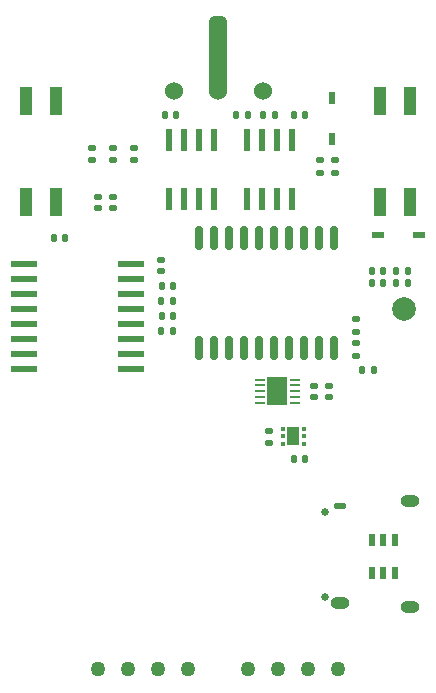
<source format=gbr>
%TF.GenerationSoftware,KiCad,Pcbnew,7.0.5*%
%TF.CreationDate,2023-06-16T17:12:54-04:00*%
%TF.ProjectId,ESP32Sensor-Sensor_board,45535033-3253-4656-9e73-6f722d53656e,rev?*%
%TF.SameCoordinates,Original*%
%TF.FileFunction,Soldermask,Bot*%
%TF.FilePolarity,Negative*%
%FSLAX46Y46*%
G04 Gerber Fmt 4.6, Leading zero omitted, Abs format (unit mm)*
G04 Created by KiCad (PCBNEW 7.0.5) date 2023-06-16 17:12:54*
%MOMM*%
%LPD*%
G01*
G04 APERTURE LIST*
G04 Aperture macros list*
%AMRoundRect*
0 Rectangle with rounded corners*
0 $1 Rounding radius*
0 $2 $3 $4 $5 $6 $7 $8 $9 X,Y pos of 4 corners*
0 Add a 4 corners polygon primitive as box body*
4,1,4,$2,$3,$4,$5,$6,$7,$8,$9,$2,$3,0*
0 Add four circle primitives for the rounded corners*
1,1,$1+$1,$2,$3*
1,1,$1+$1,$4,$5*
1,1,$1+$1,$6,$7*
1,1,$1+$1,$8,$9*
0 Add four rect primitives between the rounded corners*
20,1,$1+$1,$2,$3,$4,$5,0*
20,1,$1+$1,$4,$5,$6,$7,0*
20,1,$1+$1,$6,$7,$8,$9,0*
20,1,$1+$1,$8,$9,$2,$3,0*%
G04 Aperture macros list end*
%ADD10C,0.650000*%
%ADD11O,1.100000X0.500000*%
%ADD12O,1.600000X1.000000*%
%ADD13C,1.270000*%
%ADD14C,2.000000*%
%ADD15C,1.524000*%
%ADD16RoundRect,0.381000X-0.381000X-2.794000X0.381000X-2.794000X0.381000X2.794000X-0.381000X2.794000X0*%
%ADD17RoundRect,0.147500X-0.172500X0.147500X-0.172500X-0.147500X0.172500X-0.147500X0.172500X0.147500X0*%
%ADD18R,1.130000X2.440000*%
%ADD19RoundRect,0.135000X-0.185000X0.135000X-0.185000X-0.135000X0.185000X-0.135000X0.185000X0.135000X0*%
%ADD20RoundRect,0.135000X0.135000X0.185000X-0.135000X0.185000X-0.135000X-0.185000X0.135000X-0.185000X0*%
%ADD21RoundRect,0.147500X-0.147500X-0.172500X0.147500X-0.172500X0.147500X0.172500X-0.147500X0.172500X0*%
%ADD22RoundRect,0.140000X-0.170000X0.140000X-0.170000X-0.140000X0.170000X-0.140000X0.170000X0.140000X0*%
%ADD23R,0.600800X1.111200*%
%ADD24R,0.558800X1.981200*%
%ADD25R,0.812800X0.254000*%
%ADD26R,1.752600X2.489200*%
%ADD27RoundRect,0.093750X-0.093750X-0.106250X0.093750X-0.106250X0.093750X0.106250X-0.093750X0.106250X0*%
%ADD28R,1.000000X1.600000*%
%ADD29RoundRect,0.135000X-0.135000X-0.185000X0.135000X-0.185000X0.135000X0.185000X-0.135000X0.185000X0*%
%ADD30R,0.558800X1.066800*%
%ADD31R,1.111200X0.600800*%
%ADD32RoundRect,0.147500X0.147500X0.172500X-0.147500X0.172500X-0.147500X-0.172500X0.147500X-0.172500X0*%
%ADD33RoundRect,0.140000X0.170000X-0.140000X0.170000X0.140000X-0.170000X0.140000X-0.170000X-0.140000X0*%
%ADD34RoundRect,0.140000X0.140000X0.170000X-0.140000X0.170000X-0.140000X-0.170000X0.140000X-0.170000X0*%
%ADD35RoundRect,0.140000X-0.140000X-0.170000X0.140000X-0.170000X0.140000X0.170000X-0.140000X0.170000X0*%
%ADD36RoundRect,0.150000X-0.150000X0.875000X-0.150000X-0.875000X0.150000X-0.875000X0.150000X0.875000X0*%
%ADD37RoundRect,0.135000X0.185000X-0.135000X0.185000X0.135000X-0.185000X0.135000X-0.185000X-0.135000X0*%
%ADD38R,2.311400X0.558800*%
G04 APERTURE END LIST*
D10*
%TO.C,J2*%
X9056000Y-51688000D03*
X9056000Y-44488000D03*
D11*
X10306000Y-43958000D03*
D12*
X10306000Y-52218000D03*
X16256000Y-52578000D03*
X16256000Y-43598000D03*
%TD*%
D13*
%TO.C,J5*%
X-10160000Y-57785000D03*
X-7620000Y-57785000D03*
X-5080000Y-57785000D03*
X-2540000Y-57785000D03*
%TD*%
D14*
%TO.C,J1*%
X15738000Y-27278000D03*
%TD*%
D15*
%TO.C,PD1*%
X3810000Y-8890000D03*
X-3746500Y-8890000D03*
D16*
X0Y-5715000D03*
D15*
X0Y-8890000D03*
%TD*%
D13*
%TO.C,J6*%
X2540000Y-57785000D03*
X5080000Y-57785000D03*
X7620000Y-57785000D03*
X10160000Y-57785000D03*
%TD*%
D17*
%TO.C,FB1*%
X-10160000Y-17803000D03*
X-10160000Y-18773000D03*
%TD*%
D18*
%TO.C,S3*%
X16256000Y-18270000D03*
X16256000Y-9670000D03*
X13716000Y-18270000D03*
X13716000Y-9670000D03*
%TD*%
D19*
%TO.C,R10*%
X11684000Y-30226000D03*
X11684000Y-31246000D03*
%TD*%
D20*
%TO.C,R8*%
X4828000Y-10922000D03*
X3808000Y-10922000D03*
%TD*%
D21*
%TO.C,FB3*%
X-4549000Y-10922000D03*
X-3579000Y-10922000D03*
%TD*%
D22*
%TO.C,C8*%
X8128000Y-33810000D03*
X8128000Y-34770000D03*
%TD*%
D23*
%TO.C,CR1*%
X9652000Y-9451000D03*
X9652000Y-12901000D03*
%TD*%
D18*
%TO.C,S2*%
X-16256000Y-9670000D03*
X-16256000Y-18270000D03*
X-13716000Y-9670000D03*
X-13716000Y-18270000D03*
%TD*%
D24*
%TO.C,U7*%
X-4191000Y-13030200D03*
X-2921000Y-13030200D03*
X-1651000Y-13030200D03*
X-381000Y-13030200D03*
X-381000Y-17957800D03*
X-1651000Y-17957800D03*
X-2921000Y-17957800D03*
X-4191000Y-17957800D03*
%TD*%
D19*
%TO.C,R11*%
X9906000Y-14730000D03*
X9906000Y-15750000D03*
%TD*%
D25*
%TO.C,U10*%
X6445600Y-33279999D03*
X6445600Y-33780001D03*
X6445600Y-34280000D03*
X6445600Y-34779999D03*
X6445600Y-35280001D03*
X3550000Y-35280001D03*
X3550000Y-34779999D03*
X3550000Y-34280000D03*
X3550000Y-33780001D03*
X3550000Y-33279999D03*
D26*
X4997800Y-34280000D03*
%TD*%
D19*
%TO.C,R12*%
X8636000Y-14730000D03*
X8636000Y-15750000D03*
%TD*%
D20*
%TO.C,R13*%
X16032000Y-24130000D03*
X15012000Y-24130000D03*
%TD*%
D24*
%TO.C,U9*%
X2413000Y-13030200D03*
X3683000Y-13030200D03*
X4953000Y-13030200D03*
X6223000Y-13030200D03*
X6223000Y-17957800D03*
X4953000Y-17957800D03*
X3683000Y-17957800D03*
X2413000Y-17957800D03*
%TD*%
D20*
%TO.C,R14*%
X16032000Y-25146000D03*
X15012000Y-25146000D03*
%TD*%
D27*
%TO.C,U12*%
X5462500Y-38750000D03*
X5462500Y-38100000D03*
X5462500Y-37450000D03*
X7237500Y-37450000D03*
X7237500Y-38100000D03*
X7237500Y-38750000D03*
D28*
X6350000Y-38100000D03*
%TD*%
D29*
%TO.C,R15*%
X-4826000Y-26670000D03*
X-3806000Y-26670000D03*
%TD*%
D30*
%TO.C,CR3*%
X13030200Y-46837600D03*
X13970000Y-46837600D03*
X14909800Y-46837600D03*
X14909800Y-49682400D03*
X13970000Y-49682400D03*
X13030200Y-49682400D03*
%TD*%
D19*
%TO.C,R5*%
X-8890000Y-13710000D03*
X-8890000Y-14730000D03*
%TD*%
D31*
%TO.C,CR2*%
X13515000Y-21082000D03*
X16965000Y-21082000D03*
%TD*%
D32*
%TO.C,FB4*%
X7343000Y-10922000D03*
X6373000Y-10922000D03*
%TD*%
D33*
%TO.C,C14*%
X4318000Y-38622000D03*
X4318000Y-37662000D03*
%TD*%
D34*
%TO.C,C6*%
X13970000Y-24130000D03*
X13010000Y-24130000D03*
%TD*%
D20*
%TO.C,R17*%
X13210000Y-32512000D03*
X12190000Y-32512000D03*
%TD*%
D19*
%TO.C,R4*%
X-10668000Y-13712000D03*
X-10668000Y-14732000D03*
%TD*%
D17*
%TO.C,FB2*%
X-8890000Y-17826000D03*
X-8890000Y-18796000D03*
%TD*%
D35*
%TO.C,C12*%
X-4768000Y-25400000D03*
X-3808000Y-25400000D03*
%TD*%
D36*
%TO.C,U8*%
X-1651000Y-21336000D03*
X-381000Y-21336000D03*
X889000Y-21336000D03*
X2159000Y-21336000D03*
X3429000Y-21336000D03*
X4699000Y-21336000D03*
X5969000Y-21336000D03*
X7239000Y-21336000D03*
X8509000Y-21336000D03*
X9779000Y-21336000D03*
X9779000Y-30636000D03*
X8509000Y-30636000D03*
X7239000Y-30636000D03*
X5969000Y-30636000D03*
X4699000Y-30636000D03*
X3429000Y-30636000D03*
X2159000Y-30636000D03*
X889000Y-30636000D03*
X-381000Y-30636000D03*
X-1651000Y-30636000D03*
%TD*%
D19*
%TO.C,R9*%
X11684000Y-28194000D03*
X11684000Y-29214000D03*
%TD*%
D34*
%TO.C,C10*%
X-3836000Y-27940000D03*
X-4796000Y-27940000D03*
%TD*%
D35*
%TO.C,C11*%
X-13942000Y-21336000D03*
X-12982000Y-21336000D03*
%TD*%
D34*
%TO.C,C13*%
X7338000Y-39986000D03*
X6378000Y-39986000D03*
%TD*%
D29*
%TO.C,R7*%
X1522000Y-10922000D03*
X2542000Y-10922000D03*
%TD*%
D37*
%TO.C,R6*%
X-7112000Y-14732000D03*
X-7112000Y-13712000D03*
%TD*%
D38*
%TO.C,U11*%
X-16459200Y-32385000D03*
X-16459200Y-31115000D03*
X-16459200Y-29845000D03*
X-16459200Y-28575000D03*
X-16459200Y-27305000D03*
X-16459200Y-26035000D03*
X-16459200Y-24765000D03*
X-16459200Y-23495000D03*
X-7416800Y-23495000D03*
X-7416800Y-24765000D03*
X-7416800Y-26035000D03*
X-7416800Y-27305000D03*
X-7416800Y-28575000D03*
X-7416800Y-29845000D03*
X-7416800Y-31115000D03*
X-7416800Y-32385000D03*
%TD*%
D33*
%TO.C,C15*%
X-4824000Y-24102000D03*
X-4824000Y-23142000D03*
%TD*%
D22*
%TO.C,C9*%
X9336000Y-33810000D03*
X9336000Y-34770000D03*
%TD*%
D29*
%TO.C,R16*%
X-4826000Y-29210000D03*
X-3806000Y-29210000D03*
%TD*%
D34*
%TO.C,C7*%
X13970000Y-25146000D03*
X13010000Y-25146000D03*
%TD*%
M02*

</source>
